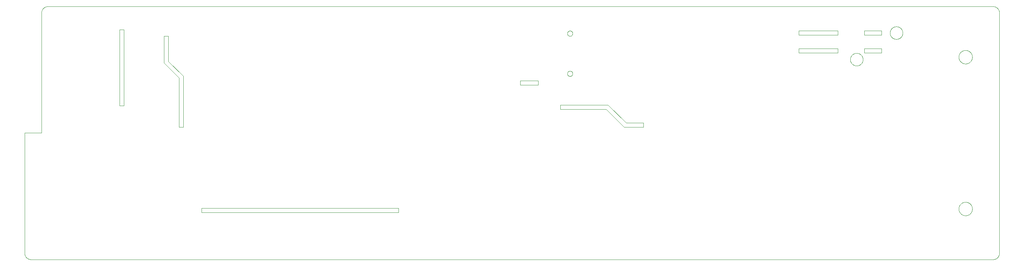
<source format=gko>
G75*
%MOIN*%
%OFA0B0*%
%FSLAX25Y25*%
%IPPOS*%
%LPD*%
%AMOC8*
5,1,8,0,0,1.08239X$1,22.5*
%
%ADD10C,0.00394*%
%ADD11C,0.00400*%
%ADD12C,0.00000*%
D10*
X0103975Y0058146D02*
X0999644Y0058146D01*
X0999644Y0058145D02*
X0999796Y0058147D01*
X0999948Y0058153D01*
X1000100Y0058163D01*
X1000251Y0058176D01*
X1000402Y0058194D01*
X1000553Y0058215D01*
X1000703Y0058241D01*
X1000852Y0058270D01*
X1001001Y0058303D01*
X1001148Y0058340D01*
X1001295Y0058380D01*
X1001440Y0058425D01*
X1001584Y0058473D01*
X1001727Y0058525D01*
X1001869Y0058580D01*
X1002009Y0058639D01*
X1002148Y0058702D01*
X1002285Y0058768D01*
X1002420Y0058838D01*
X1002553Y0058911D01*
X1002684Y0058988D01*
X1002814Y0059068D01*
X1002941Y0059151D01*
X1003066Y0059237D01*
X1003189Y0059327D01*
X1003309Y0059420D01*
X1003427Y0059516D01*
X1003543Y0059615D01*
X1003656Y0059717D01*
X1003766Y0059821D01*
X1003874Y0059929D01*
X1003978Y0060039D01*
X1004080Y0060152D01*
X1004179Y0060268D01*
X1004275Y0060386D01*
X1004368Y0060506D01*
X1004458Y0060629D01*
X1004544Y0060754D01*
X1004627Y0060881D01*
X1004707Y0061011D01*
X1004784Y0061142D01*
X1004857Y0061275D01*
X1004927Y0061410D01*
X1004993Y0061547D01*
X1005056Y0061686D01*
X1005115Y0061826D01*
X1005170Y0061968D01*
X1005222Y0062111D01*
X1005270Y0062255D01*
X1005315Y0062400D01*
X1005355Y0062547D01*
X1005392Y0062694D01*
X1005425Y0062843D01*
X1005454Y0062992D01*
X1005480Y0063142D01*
X1005501Y0063293D01*
X1005519Y0063444D01*
X1005532Y0063595D01*
X1005542Y0063747D01*
X1005548Y0063899D01*
X1005550Y0064051D01*
X1005550Y0288461D01*
X1005548Y0288613D01*
X1005542Y0288765D01*
X1005532Y0288917D01*
X1005519Y0289068D01*
X1005501Y0289219D01*
X1005480Y0289370D01*
X1005454Y0289520D01*
X1005425Y0289669D01*
X1005392Y0289818D01*
X1005355Y0289965D01*
X1005315Y0290112D01*
X1005270Y0290257D01*
X1005222Y0290401D01*
X1005170Y0290544D01*
X1005115Y0290686D01*
X1005056Y0290826D01*
X1004993Y0290965D01*
X1004927Y0291102D01*
X1004857Y0291237D01*
X1004784Y0291370D01*
X1004707Y0291501D01*
X1004627Y0291631D01*
X1004544Y0291758D01*
X1004458Y0291883D01*
X1004368Y0292006D01*
X1004275Y0292126D01*
X1004179Y0292244D01*
X1004080Y0292360D01*
X1003978Y0292473D01*
X1003874Y0292583D01*
X1003766Y0292691D01*
X1003656Y0292795D01*
X1003543Y0292897D01*
X1003427Y0292996D01*
X1003309Y0293092D01*
X1003189Y0293185D01*
X1003066Y0293275D01*
X1002941Y0293361D01*
X1002814Y0293444D01*
X1002684Y0293524D01*
X1002553Y0293601D01*
X1002420Y0293674D01*
X1002285Y0293744D01*
X1002148Y0293810D01*
X1002009Y0293873D01*
X1001869Y0293932D01*
X1001727Y0293987D01*
X1001584Y0294039D01*
X1001440Y0294087D01*
X1001295Y0294132D01*
X1001148Y0294172D01*
X1001001Y0294209D01*
X1000852Y0294242D01*
X1000703Y0294271D01*
X1000553Y0294297D01*
X1000402Y0294318D01*
X1000251Y0294336D01*
X1000100Y0294349D01*
X0999948Y0294359D01*
X0999796Y0294365D01*
X0999644Y0294367D01*
X0999644Y0294366D02*
X0119723Y0294366D01*
X0119723Y0294367D02*
X0119571Y0294365D01*
X0119419Y0294359D01*
X0119267Y0294349D01*
X0119116Y0294336D01*
X0118965Y0294318D01*
X0118814Y0294297D01*
X0118664Y0294271D01*
X0118515Y0294242D01*
X0118366Y0294209D01*
X0118219Y0294172D01*
X0118072Y0294132D01*
X0117927Y0294087D01*
X0117783Y0294039D01*
X0117640Y0293987D01*
X0117498Y0293932D01*
X0117358Y0293873D01*
X0117219Y0293810D01*
X0117082Y0293744D01*
X0116947Y0293674D01*
X0116814Y0293601D01*
X0116683Y0293524D01*
X0116553Y0293444D01*
X0116426Y0293361D01*
X0116301Y0293275D01*
X0116178Y0293185D01*
X0116058Y0293092D01*
X0115940Y0292996D01*
X0115824Y0292897D01*
X0115711Y0292795D01*
X0115601Y0292691D01*
X0115493Y0292583D01*
X0115389Y0292473D01*
X0115287Y0292360D01*
X0115188Y0292244D01*
X0115092Y0292126D01*
X0114999Y0292006D01*
X0114909Y0291883D01*
X0114823Y0291758D01*
X0114740Y0291631D01*
X0114660Y0291501D01*
X0114583Y0291370D01*
X0114510Y0291237D01*
X0114440Y0291102D01*
X0114374Y0290965D01*
X0114311Y0290826D01*
X0114252Y0290686D01*
X0114197Y0290544D01*
X0114145Y0290401D01*
X0114097Y0290257D01*
X0114052Y0290112D01*
X0114012Y0289965D01*
X0113975Y0289818D01*
X0113942Y0289669D01*
X0113913Y0289520D01*
X0113887Y0289370D01*
X0113866Y0289219D01*
X0113848Y0289068D01*
X0113835Y0288917D01*
X0113825Y0288765D01*
X0113819Y0288613D01*
X0113817Y0288461D01*
X0113818Y0288461D02*
X0113818Y0176256D01*
X0098070Y0176256D01*
X0098070Y0064051D01*
X0098069Y0064051D02*
X0098071Y0063899D01*
X0098077Y0063747D01*
X0098087Y0063595D01*
X0098100Y0063444D01*
X0098118Y0063293D01*
X0098139Y0063142D01*
X0098165Y0062992D01*
X0098194Y0062843D01*
X0098227Y0062694D01*
X0098264Y0062547D01*
X0098304Y0062400D01*
X0098349Y0062255D01*
X0098397Y0062111D01*
X0098449Y0061968D01*
X0098504Y0061826D01*
X0098563Y0061686D01*
X0098626Y0061547D01*
X0098692Y0061410D01*
X0098762Y0061275D01*
X0098835Y0061142D01*
X0098912Y0061011D01*
X0098992Y0060881D01*
X0099075Y0060754D01*
X0099161Y0060629D01*
X0099251Y0060506D01*
X0099344Y0060386D01*
X0099440Y0060268D01*
X0099539Y0060152D01*
X0099641Y0060039D01*
X0099745Y0059929D01*
X0099853Y0059821D01*
X0099963Y0059717D01*
X0100076Y0059615D01*
X0100192Y0059516D01*
X0100310Y0059420D01*
X0100430Y0059327D01*
X0100553Y0059237D01*
X0100678Y0059151D01*
X0100805Y0059068D01*
X0100935Y0058988D01*
X0101066Y0058911D01*
X0101199Y0058838D01*
X0101334Y0058768D01*
X0101471Y0058702D01*
X0101610Y0058639D01*
X0101750Y0058580D01*
X0101892Y0058525D01*
X0102035Y0058473D01*
X0102179Y0058425D01*
X0102324Y0058380D01*
X0102471Y0058340D01*
X0102618Y0058303D01*
X0102767Y0058270D01*
X0102916Y0058241D01*
X0103066Y0058215D01*
X0103217Y0058194D01*
X0103368Y0058176D01*
X0103519Y0058163D01*
X0103671Y0058153D01*
X0103823Y0058147D01*
X0103975Y0058145D01*
X0186652Y0201846D02*
X0190589Y0201846D01*
X0190589Y0272713D01*
X0186652Y0272713D01*
X0186652Y0201846D01*
X0818959Y0251159D02*
X0818959Y0255096D01*
X0855180Y0255096D01*
X0855180Y0251159D01*
X0818959Y0251159D01*
X0818959Y0267695D02*
X0818959Y0271632D01*
X0855180Y0271632D01*
X0855180Y0267695D01*
X0818959Y0267695D01*
X0879946Y0267695D02*
X0879946Y0271632D01*
X0895694Y0271632D01*
X0895694Y0267695D01*
X0879946Y0267695D01*
X0879946Y0255096D02*
X0879946Y0251159D01*
X0895694Y0251159D01*
X0895694Y0255096D01*
X0879946Y0255096D01*
D11*
X0674070Y0185646D02*
X0658070Y0185646D01*
X0641320Y0202396D01*
X0596820Y0202396D01*
X0596820Y0198396D01*
X0639570Y0198396D01*
X0656320Y0181646D01*
X0674070Y0181646D01*
X0674070Y0185646D01*
X0576320Y0220896D02*
X0559570Y0220896D01*
X0559570Y0224896D01*
X0576320Y0224896D01*
X0576320Y0220896D01*
X0245707Y0229406D02*
X0245707Y0181844D01*
X0241770Y0181844D01*
X0241770Y0227831D01*
X0227991Y0241610D01*
X0227991Y0266807D01*
X0231928Y0266807D01*
X0231928Y0243185D01*
X0245707Y0229406D01*
X0262820Y0106146D02*
X0262820Y0102146D01*
X0446320Y0102146D01*
X0446320Y0106146D01*
X0262820Y0106146D01*
D12*
X0603359Y0231642D02*
X0603361Y0231741D01*
X0603367Y0231840D01*
X0603377Y0231939D01*
X0603391Y0232037D01*
X0603409Y0232134D01*
X0603431Y0232231D01*
X0603456Y0232327D01*
X0603486Y0232421D01*
X0603519Y0232515D01*
X0603556Y0232607D01*
X0603597Y0232697D01*
X0603641Y0232786D01*
X0603689Y0232872D01*
X0603740Y0232957D01*
X0603795Y0233040D01*
X0603853Y0233120D01*
X0603914Y0233198D01*
X0603978Y0233274D01*
X0604045Y0233347D01*
X0604115Y0233417D01*
X0604188Y0233484D01*
X0604264Y0233548D01*
X0604342Y0233609D01*
X0604422Y0233667D01*
X0604505Y0233722D01*
X0604589Y0233773D01*
X0604676Y0233821D01*
X0604765Y0233865D01*
X0604855Y0233906D01*
X0604947Y0233943D01*
X0605041Y0233976D01*
X0605135Y0234006D01*
X0605231Y0234031D01*
X0605328Y0234053D01*
X0605425Y0234071D01*
X0605523Y0234085D01*
X0605622Y0234095D01*
X0605721Y0234101D01*
X0605820Y0234103D01*
X0605919Y0234101D01*
X0606018Y0234095D01*
X0606117Y0234085D01*
X0606215Y0234071D01*
X0606312Y0234053D01*
X0606409Y0234031D01*
X0606505Y0234006D01*
X0606599Y0233976D01*
X0606693Y0233943D01*
X0606785Y0233906D01*
X0606875Y0233865D01*
X0606964Y0233821D01*
X0607050Y0233773D01*
X0607135Y0233722D01*
X0607218Y0233667D01*
X0607298Y0233609D01*
X0607376Y0233548D01*
X0607452Y0233484D01*
X0607525Y0233417D01*
X0607595Y0233347D01*
X0607662Y0233274D01*
X0607726Y0233198D01*
X0607787Y0233120D01*
X0607845Y0233040D01*
X0607900Y0232957D01*
X0607951Y0232873D01*
X0607999Y0232786D01*
X0608043Y0232697D01*
X0608084Y0232607D01*
X0608121Y0232515D01*
X0608154Y0232421D01*
X0608184Y0232327D01*
X0608209Y0232231D01*
X0608231Y0232134D01*
X0608249Y0232037D01*
X0608263Y0231939D01*
X0608273Y0231840D01*
X0608279Y0231741D01*
X0608281Y0231642D01*
X0608279Y0231543D01*
X0608273Y0231444D01*
X0608263Y0231345D01*
X0608249Y0231247D01*
X0608231Y0231150D01*
X0608209Y0231053D01*
X0608184Y0230957D01*
X0608154Y0230863D01*
X0608121Y0230769D01*
X0608084Y0230677D01*
X0608043Y0230587D01*
X0607999Y0230498D01*
X0607951Y0230412D01*
X0607900Y0230327D01*
X0607845Y0230244D01*
X0607787Y0230164D01*
X0607726Y0230086D01*
X0607662Y0230010D01*
X0607595Y0229937D01*
X0607525Y0229867D01*
X0607452Y0229800D01*
X0607376Y0229736D01*
X0607298Y0229675D01*
X0607218Y0229617D01*
X0607135Y0229562D01*
X0607051Y0229511D01*
X0606964Y0229463D01*
X0606875Y0229419D01*
X0606785Y0229378D01*
X0606693Y0229341D01*
X0606599Y0229308D01*
X0606505Y0229278D01*
X0606409Y0229253D01*
X0606312Y0229231D01*
X0606215Y0229213D01*
X0606117Y0229199D01*
X0606018Y0229189D01*
X0605919Y0229183D01*
X0605820Y0229181D01*
X0605721Y0229183D01*
X0605622Y0229189D01*
X0605523Y0229199D01*
X0605425Y0229213D01*
X0605328Y0229231D01*
X0605231Y0229253D01*
X0605135Y0229278D01*
X0605041Y0229308D01*
X0604947Y0229341D01*
X0604855Y0229378D01*
X0604765Y0229419D01*
X0604676Y0229463D01*
X0604590Y0229511D01*
X0604505Y0229562D01*
X0604422Y0229617D01*
X0604342Y0229675D01*
X0604264Y0229736D01*
X0604188Y0229800D01*
X0604115Y0229867D01*
X0604045Y0229937D01*
X0603978Y0230010D01*
X0603914Y0230086D01*
X0603853Y0230164D01*
X0603795Y0230244D01*
X0603740Y0230327D01*
X0603689Y0230411D01*
X0603641Y0230498D01*
X0603597Y0230587D01*
X0603556Y0230677D01*
X0603519Y0230769D01*
X0603486Y0230863D01*
X0603456Y0230957D01*
X0603431Y0231053D01*
X0603409Y0231150D01*
X0603391Y0231247D01*
X0603377Y0231345D01*
X0603367Y0231444D01*
X0603361Y0231543D01*
X0603359Y0231642D01*
X0603359Y0269142D02*
X0603361Y0269241D01*
X0603367Y0269340D01*
X0603377Y0269439D01*
X0603391Y0269537D01*
X0603409Y0269634D01*
X0603431Y0269731D01*
X0603456Y0269827D01*
X0603486Y0269921D01*
X0603519Y0270015D01*
X0603556Y0270107D01*
X0603597Y0270197D01*
X0603641Y0270286D01*
X0603689Y0270372D01*
X0603740Y0270457D01*
X0603795Y0270540D01*
X0603853Y0270620D01*
X0603914Y0270698D01*
X0603978Y0270774D01*
X0604045Y0270847D01*
X0604115Y0270917D01*
X0604188Y0270984D01*
X0604264Y0271048D01*
X0604342Y0271109D01*
X0604422Y0271167D01*
X0604505Y0271222D01*
X0604589Y0271273D01*
X0604676Y0271321D01*
X0604765Y0271365D01*
X0604855Y0271406D01*
X0604947Y0271443D01*
X0605041Y0271476D01*
X0605135Y0271506D01*
X0605231Y0271531D01*
X0605328Y0271553D01*
X0605425Y0271571D01*
X0605523Y0271585D01*
X0605622Y0271595D01*
X0605721Y0271601D01*
X0605820Y0271603D01*
X0605919Y0271601D01*
X0606018Y0271595D01*
X0606117Y0271585D01*
X0606215Y0271571D01*
X0606312Y0271553D01*
X0606409Y0271531D01*
X0606505Y0271506D01*
X0606599Y0271476D01*
X0606693Y0271443D01*
X0606785Y0271406D01*
X0606875Y0271365D01*
X0606964Y0271321D01*
X0607050Y0271273D01*
X0607135Y0271222D01*
X0607218Y0271167D01*
X0607298Y0271109D01*
X0607376Y0271048D01*
X0607452Y0270984D01*
X0607525Y0270917D01*
X0607595Y0270847D01*
X0607662Y0270774D01*
X0607726Y0270698D01*
X0607787Y0270620D01*
X0607845Y0270540D01*
X0607900Y0270457D01*
X0607951Y0270373D01*
X0607999Y0270286D01*
X0608043Y0270197D01*
X0608084Y0270107D01*
X0608121Y0270015D01*
X0608154Y0269921D01*
X0608184Y0269827D01*
X0608209Y0269731D01*
X0608231Y0269634D01*
X0608249Y0269537D01*
X0608263Y0269439D01*
X0608273Y0269340D01*
X0608279Y0269241D01*
X0608281Y0269142D01*
X0608279Y0269043D01*
X0608273Y0268944D01*
X0608263Y0268845D01*
X0608249Y0268747D01*
X0608231Y0268650D01*
X0608209Y0268553D01*
X0608184Y0268457D01*
X0608154Y0268363D01*
X0608121Y0268269D01*
X0608084Y0268177D01*
X0608043Y0268087D01*
X0607999Y0267998D01*
X0607951Y0267912D01*
X0607900Y0267827D01*
X0607845Y0267744D01*
X0607787Y0267664D01*
X0607726Y0267586D01*
X0607662Y0267510D01*
X0607595Y0267437D01*
X0607525Y0267367D01*
X0607452Y0267300D01*
X0607376Y0267236D01*
X0607298Y0267175D01*
X0607218Y0267117D01*
X0607135Y0267062D01*
X0607051Y0267011D01*
X0606964Y0266963D01*
X0606875Y0266919D01*
X0606785Y0266878D01*
X0606693Y0266841D01*
X0606599Y0266808D01*
X0606505Y0266778D01*
X0606409Y0266753D01*
X0606312Y0266731D01*
X0606215Y0266713D01*
X0606117Y0266699D01*
X0606018Y0266689D01*
X0605919Y0266683D01*
X0605820Y0266681D01*
X0605721Y0266683D01*
X0605622Y0266689D01*
X0605523Y0266699D01*
X0605425Y0266713D01*
X0605328Y0266731D01*
X0605231Y0266753D01*
X0605135Y0266778D01*
X0605041Y0266808D01*
X0604947Y0266841D01*
X0604855Y0266878D01*
X0604765Y0266919D01*
X0604676Y0266963D01*
X0604590Y0267011D01*
X0604505Y0267062D01*
X0604422Y0267117D01*
X0604342Y0267175D01*
X0604264Y0267236D01*
X0604188Y0267300D01*
X0604115Y0267367D01*
X0604045Y0267437D01*
X0603978Y0267510D01*
X0603914Y0267586D01*
X0603853Y0267664D01*
X0603795Y0267744D01*
X0603740Y0267827D01*
X0603689Y0267911D01*
X0603641Y0267998D01*
X0603597Y0268087D01*
X0603556Y0268177D01*
X0603519Y0268269D01*
X0603486Y0268363D01*
X0603456Y0268457D01*
X0603431Y0268553D01*
X0603409Y0268650D01*
X0603391Y0268747D01*
X0603377Y0268845D01*
X0603367Y0268944D01*
X0603361Y0269043D01*
X0603359Y0269142D01*
X0866756Y0244860D02*
X0866758Y0245013D01*
X0866764Y0245167D01*
X0866774Y0245320D01*
X0866788Y0245472D01*
X0866806Y0245625D01*
X0866828Y0245776D01*
X0866853Y0245927D01*
X0866883Y0246078D01*
X0866917Y0246228D01*
X0866954Y0246376D01*
X0866995Y0246524D01*
X0867040Y0246670D01*
X0867089Y0246816D01*
X0867142Y0246960D01*
X0867198Y0247102D01*
X0867258Y0247243D01*
X0867322Y0247383D01*
X0867389Y0247521D01*
X0867460Y0247657D01*
X0867535Y0247791D01*
X0867612Y0247923D01*
X0867694Y0248053D01*
X0867778Y0248181D01*
X0867866Y0248307D01*
X0867957Y0248430D01*
X0868051Y0248551D01*
X0868149Y0248669D01*
X0868249Y0248785D01*
X0868353Y0248898D01*
X0868459Y0249009D01*
X0868568Y0249117D01*
X0868680Y0249222D01*
X0868794Y0249323D01*
X0868912Y0249422D01*
X0869031Y0249518D01*
X0869153Y0249611D01*
X0869278Y0249700D01*
X0869405Y0249787D01*
X0869534Y0249869D01*
X0869665Y0249949D01*
X0869798Y0250025D01*
X0869933Y0250098D01*
X0870070Y0250167D01*
X0870209Y0250232D01*
X0870349Y0250294D01*
X0870491Y0250352D01*
X0870634Y0250407D01*
X0870779Y0250458D01*
X0870925Y0250505D01*
X0871072Y0250548D01*
X0871220Y0250587D01*
X0871369Y0250623D01*
X0871519Y0250654D01*
X0871670Y0250682D01*
X0871821Y0250706D01*
X0871974Y0250726D01*
X0872126Y0250742D01*
X0872279Y0250754D01*
X0872432Y0250762D01*
X0872585Y0250766D01*
X0872739Y0250766D01*
X0872892Y0250762D01*
X0873045Y0250754D01*
X0873198Y0250742D01*
X0873350Y0250726D01*
X0873503Y0250706D01*
X0873654Y0250682D01*
X0873805Y0250654D01*
X0873955Y0250623D01*
X0874104Y0250587D01*
X0874252Y0250548D01*
X0874399Y0250505D01*
X0874545Y0250458D01*
X0874690Y0250407D01*
X0874833Y0250352D01*
X0874975Y0250294D01*
X0875115Y0250232D01*
X0875254Y0250167D01*
X0875391Y0250098D01*
X0875526Y0250025D01*
X0875659Y0249949D01*
X0875790Y0249869D01*
X0875919Y0249787D01*
X0876046Y0249700D01*
X0876171Y0249611D01*
X0876293Y0249518D01*
X0876412Y0249422D01*
X0876530Y0249323D01*
X0876644Y0249222D01*
X0876756Y0249117D01*
X0876865Y0249009D01*
X0876971Y0248898D01*
X0877075Y0248785D01*
X0877175Y0248669D01*
X0877273Y0248551D01*
X0877367Y0248430D01*
X0877458Y0248307D01*
X0877546Y0248181D01*
X0877630Y0248053D01*
X0877712Y0247923D01*
X0877789Y0247791D01*
X0877864Y0247657D01*
X0877935Y0247521D01*
X0878002Y0247383D01*
X0878066Y0247243D01*
X0878126Y0247102D01*
X0878182Y0246960D01*
X0878235Y0246816D01*
X0878284Y0246670D01*
X0878329Y0246524D01*
X0878370Y0246376D01*
X0878407Y0246228D01*
X0878441Y0246078D01*
X0878471Y0245927D01*
X0878496Y0245776D01*
X0878518Y0245625D01*
X0878536Y0245472D01*
X0878550Y0245320D01*
X0878560Y0245167D01*
X0878566Y0245013D01*
X0878568Y0244860D01*
X0878566Y0244707D01*
X0878560Y0244553D01*
X0878550Y0244400D01*
X0878536Y0244248D01*
X0878518Y0244095D01*
X0878496Y0243944D01*
X0878471Y0243793D01*
X0878441Y0243642D01*
X0878407Y0243492D01*
X0878370Y0243344D01*
X0878329Y0243196D01*
X0878284Y0243050D01*
X0878235Y0242904D01*
X0878182Y0242760D01*
X0878126Y0242618D01*
X0878066Y0242477D01*
X0878002Y0242337D01*
X0877935Y0242199D01*
X0877864Y0242063D01*
X0877789Y0241929D01*
X0877712Y0241797D01*
X0877630Y0241667D01*
X0877546Y0241539D01*
X0877458Y0241413D01*
X0877367Y0241290D01*
X0877273Y0241169D01*
X0877175Y0241051D01*
X0877075Y0240935D01*
X0876971Y0240822D01*
X0876865Y0240711D01*
X0876756Y0240603D01*
X0876644Y0240498D01*
X0876530Y0240397D01*
X0876412Y0240298D01*
X0876293Y0240202D01*
X0876171Y0240109D01*
X0876046Y0240020D01*
X0875919Y0239933D01*
X0875790Y0239851D01*
X0875659Y0239771D01*
X0875526Y0239695D01*
X0875391Y0239622D01*
X0875254Y0239553D01*
X0875115Y0239488D01*
X0874975Y0239426D01*
X0874833Y0239368D01*
X0874690Y0239313D01*
X0874545Y0239262D01*
X0874399Y0239215D01*
X0874252Y0239172D01*
X0874104Y0239133D01*
X0873955Y0239097D01*
X0873805Y0239066D01*
X0873654Y0239038D01*
X0873503Y0239014D01*
X0873350Y0238994D01*
X0873198Y0238978D01*
X0873045Y0238966D01*
X0872892Y0238958D01*
X0872739Y0238954D01*
X0872585Y0238954D01*
X0872432Y0238958D01*
X0872279Y0238966D01*
X0872126Y0238978D01*
X0871974Y0238994D01*
X0871821Y0239014D01*
X0871670Y0239038D01*
X0871519Y0239066D01*
X0871369Y0239097D01*
X0871220Y0239133D01*
X0871072Y0239172D01*
X0870925Y0239215D01*
X0870779Y0239262D01*
X0870634Y0239313D01*
X0870491Y0239368D01*
X0870349Y0239426D01*
X0870209Y0239488D01*
X0870070Y0239553D01*
X0869933Y0239622D01*
X0869798Y0239695D01*
X0869665Y0239771D01*
X0869534Y0239851D01*
X0869405Y0239933D01*
X0869278Y0240020D01*
X0869153Y0240109D01*
X0869031Y0240202D01*
X0868912Y0240298D01*
X0868794Y0240397D01*
X0868680Y0240498D01*
X0868568Y0240603D01*
X0868459Y0240711D01*
X0868353Y0240822D01*
X0868249Y0240935D01*
X0868149Y0241051D01*
X0868051Y0241169D01*
X0867957Y0241290D01*
X0867866Y0241413D01*
X0867778Y0241539D01*
X0867694Y0241667D01*
X0867612Y0241797D01*
X0867535Y0241929D01*
X0867460Y0242063D01*
X0867389Y0242199D01*
X0867322Y0242337D01*
X0867258Y0242477D01*
X0867198Y0242618D01*
X0867142Y0242760D01*
X0867089Y0242904D01*
X0867040Y0243050D01*
X0866995Y0243196D01*
X0866954Y0243344D01*
X0866917Y0243492D01*
X0866883Y0243642D01*
X0866853Y0243793D01*
X0866828Y0243944D01*
X0866806Y0244095D01*
X0866788Y0244248D01*
X0866774Y0244400D01*
X0866764Y0244553D01*
X0866758Y0244707D01*
X0866756Y0244860D01*
X0903764Y0269663D02*
X0903766Y0269816D01*
X0903772Y0269970D01*
X0903782Y0270123D01*
X0903796Y0270275D01*
X0903814Y0270428D01*
X0903836Y0270579D01*
X0903861Y0270730D01*
X0903891Y0270881D01*
X0903925Y0271031D01*
X0903962Y0271179D01*
X0904003Y0271327D01*
X0904048Y0271473D01*
X0904097Y0271619D01*
X0904150Y0271763D01*
X0904206Y0271905D01*
X0904266Y0272046D01*
X0904330Y0272186D01*
X0904397Y0272324D01*
X0904468Y0272460D01*
X0904543Y0272594D01*
X0904620Y0272726D01*
X0904702Y0272856D01*
X0904786Y0272984D01*
X0904874Y0273110D01*
X0904965Y0273233D01*
X0905059Y0273354D01*
X0905157Y0273472D01*
X0905257Y0273588D01*
X0905361Y0273701D01*
X0905467Y0273812D01*
X0905576Y0273920D01*
X0905688Y0274025D01*
X0905802Y0274126D01*
X0905920Y0274225D01*
X0906039Y0274321D01*
X0906161Y0274414D01*
X0906286Y0274503D01*
X0906413Y0274590D01*
X0906542Y0274672D01*
X0906673Y0274752D01*
X0906806Y0274828D01*
X0906941Y0274901D01*
X0907078Y0274970D01*
X0907217Y0275035D01*
X0907357Y0275097D01*
X0907499Y0275155D01*
X0907642Y0275210D01*
X0907787Y0275261D01*
X0907933Y0275308D01*
X0908080Y0275351D01*
X0908228Y0275390D01*
X0908377Y0275426D01*
X0908527Y0275457D01*
X0908678Y0275485D01*
X0908829Y0275509D01*
X0908982Y0275529D01*
X0909134Y0275545D01*
X0909287Y0275557D01*
X0909440Y0275565D01*
X0909593Y0275569D01*
X0909747Y0275569D01*
X0909900Y0275565D01*
X0910053Y0275557D01*
X0910206Y0275545D01*
X0910358Y0275529D01*
X0910511Y0275509D01*
X0910662Y0275485D01*
X0910813Y0275457D01*
X0910963Y0275426D01*
X0911112Y0275390D01*
X0911260Y0275351D01*
X0911407Y0275308D01*
X0911553Y0275261D01*
X0911698Y0275210D01*
X0911841Y0275155D01*
X0911983Y0275097D01*
X0912123Y0275035D01*
X0912262Y0274970D01*
X0912399Y0274901D01*
X0912534Y0274828D01*
X0912667Y0274752D01*
X0912798Y0274672D01*
X0912927Y0274590D01*
X0913054Y0274503D01*
X0913179Y0274414D01*
X0913301Y0274321D01*
X0913420Y0274225D01*
X0913538Y0274126D01*
X0913652Y0274025D01*
X0913764Y0273920D01*
X0913873Y0273812D01*
X0913979Y0273701D01*
X0914083Y0273588D01*
X0914183Y0273472D01*
X0914281Y0273354D01*
X0914375Y0273233D01*
X0914466Y0273110D01*
X0914554Y0272984D01*
X0914638Y0272856D01*
X0914720Y0272726D01*
X0914797Y0272594D01*
X0914872Y0272460D01*
X0914943Y0272324D01*
X0915010Y0272186D01*
X0915074Y0272046D01*
X0915134Y0271905D01*
X0915190Y0271763D01*
X0915243Y0271619D01*
X0915292Y0271473D01*
X0915337Y0271327D01*
X0915378Y0271179D01*
X0915415Y0271031D01*
X0915449Y0270881D01*
X0915479Y0270730D01*
X0915504Y0270579D01*
X0915526Y0270428D01*
X0915544Y0270275D01*
X0915558Y0270123D01*
X0915568Y0269970D01*
X0915574Y0269816D01*
X0915576Y0269663D01*
X0915574Y0269510D01*
X0915568Y0269356D01*
X0915558Y0269203D01*
X0915544Y0269051D01*
X0915526Y0268898D01*
X0915504Y0268747D01*
X0915479Y0268596D01*
X0915449Y0268445D01*
X0915415Y0268295D01*
X0915378Y0268147D01*
X0915337Y0267999D01*
X0915292Y0267853D01*
X0915243Y0267707D01*
X0915190Y0267563D01*
X0915134Y0267421D01*
X0915074Y0267280D01*
X0915010Y0267140D01*
X0914943Y0267002D01*
X0914872Y0266866D01*
X0914797Y0266732D01*
X0914720Y0266600D01*
X0914638Y0266470D01*
X0914554Y0266342D01*
X0914466Y0266216D01*
X0914375Y0266093D01*
X0914281Y0265972D01*
X0914183Y0265854D01*
X0914083Y0265738D01*
X0913979Y0265625D01*
X0913873Y0265514D01*
X0913764Y0265406D01*
X0913652Y0265301D01*
X0913538Y0265200D01*
X0913420Y0265101D01*
X0913301Y0265005D01*
X0913179Y0264912D01*
X0913054Y0264823D01*
X0912927Y0264736D01*
X0912798Y0264654D01*
X0912667Y0264574D01*
X0912534Y0264498D01*
X0912399Y0264425D01*
X0912262Y0264356D01*
X0912123Y0264291D01*
X0911983Y0264229D01*
X0911841Y0264171D01*
X0911698Y0264116D01*
X0911553Y0264065D01*
X0911407Y0264018D01*
X0911260Y0263975D01*
X0911112Y0263936D01*
X0910963Y0263900D01*
X0910813Y0263869D01*
X0910662Y0263841D01*
X0910511Y0263817D01*
X0910358Y0263797D01*
X0910206Y0263781D01*
X0910053Y0263769D01*
X0909900Y0263761D01*
X0909747Y0263757D01*
X0909593Y0263757D01*
X0909440Y0263761D01*
X0909287Y0263769D01*
X0909134Y0263781D01*
X0908982Y0263797D01*
X0908829Y0263817D01*
X0908678Y0263841D01*
X0908527Y0263869D01*
X0908377Y0263900D01*
X0908228Y0263936D01*
X0908080Y0263975D01*
X0907933Y0264018D01*
X0907787Y0264065D01*
X0907642Y0264116D01*
X0907499Y0264171D01*
X0907357Y0264229D01*
X0907217Y0264291D01*
X0907078Y0264356D01*
X0906941Y0264425D01*
X0906806Y0264498D01*
X0906673Y0264574D01*
X0906542Y0264654D01*
X0906413Y0264736D01*
X0906286Y0264823D01*
X0906161Y0264912D01*
X0906039Y0265005D01*
X0905920Y0265101D01*
X0905802Y0265200D01*
X0905688Y0265301D01*
X0905576Y0265406D01*
X0905467Y0265514D01*
X0905361Y0265625D01*
X0905257Y0265738D01*
X0905157Y0265854D01*
X0905059Y0265972D01*
X0904965Y0266093D01*
X0904874Y0266216D01*
X0904786Y0266342D01*
X0904702Y0266470D01*
X0904620Y0266600D01*
X0904543Y0266732D01*
X0904468Y0266866D01*
X0904397Y0267002D01*
X0904330Y0267140D01*
X0904266Y0267280D01*
X0904206Y0267421D01*
X0904150Y0267563D01*
X0904097Y0267707D01*
X0904048Y0267853D01*
X0904003Y0267999D01*
X0903962Y0268147D01*
X0903925Y0268295D01*
X0903891Y0268445D01*
X0903861Y0268596D01*
X0903836Y0268747D01*
X0903814Y0268898D01*
X0903796Y0269051D01*
X0903782Y0269203D01*
X0903772Y0269356D01*
X0903766Y0269510D01*
X0903764Y0269663D01*
X0967755Y0247122D02*
X0967757Y0247280D01*
X0967763Y0247438D01*
X0967773Y0247596D01*
X0967787Y0247754D01*
X0967805Y0247911D01*
X0967826Y0248068D01*
X0967852Y0248224D01*
X0967882Y0248380D01*
X0967915Y0248535D01*
X0967953Y0248688D01*
X0967994Y0248841D01*
X0968039Y0248993D01*
X0968088Y0249144D01*
X0968141Y0249293D01*
X0968197Y0249441D01*
X0968257Y0249587D01*
X0968321Y0249732D01*
X0968389Y0249875D01*
X0968460Y0250017D01*
X0968534Y0250157D01*
X0968612Y0250294D01*
X0968694Y0250430D01*
X0968778Y0250564D01*
X0968867Y0250695D01*
X0968958Y0250824D01*
X0969053Y0250951D01*
X0969150Y0251076D01*
X0969251Y0251198D01*
X0969355Y0251317D01*
X0969462Y0251434D01*
X0969572Y0251548D01*
X0969685Y0251659D01*
X0969800Y0251768D01*
X0969918Y0251873D01*
X0970039Y0251975D01*
X0970162Y0252075D01*
X0970288Y0252171D01*
X0970416Y0252264D01*
X0970546Y0252354D01*
X0970679Y0252440D01*
X0970814Y0252524D01*
X0970950Y0252603D01*
X0971089Y0252680D01*
X0971230Y0252752D01*
X0971372Y0252822D01*
X0971516Y0252887D01*
X0971662Y0252949D01*
X0971809Y0253007D01*
X0971958Y0253062D01*
X0972108Y0253113D01*
X0972259Y0253160D01*
X0972411Y0253203D01*
X0972564Y0253242D01*
X0972719Y0253278D01*
X0972874Y0253309D01*
X0973030Y0253337D01*
X0973186Y0253361D01*
X0973343Y0253381D01*
X0973501Y0253397D01*
X0973658Y0253409D01*
X0973817Y0253417D01*
X0973975Y0253421D01*
X0974133Y0253421D01*
X0974291Y0253417D01*
X0974450Y0253409D01*
X0974607Y0253397D01*
X0974765Y0253381D01*
X0974922Y0253361D01*
X0975078Y0253337D01*
X0975234Y0253309D01*
X0975389Y0253278D01*
X0975544Y0253242D01*
X0975697Y0253203D01*
X0975849Y0253160D01*
X0976000Y0253113D01*
X0976150Y0253062D01*
X0976299Y0253007D01*
X0976446Y0252949D01*
X0976592Y0252887D01*
X0976736Y0252822D01*
X0976878Y0252752D01*
X0977019Y0252680D01*
X0977158Y0252603D01*
X0977294Y0252524D01*
X0977429Y0252440D01*
X0977562Y0252354D01*
X0977692Y0252264D01*
X0977820Y0252171D01*
X0977946Y0252075D01*
X0978069Y0251975D01*
X0978190Y0251873D01*
X0978308Y0251768D01*
X0978423Y0251659D01*
X0978536Y0251548D01*
X0978646Y0251434D01*
X0978753Y0251317D01*
X0978857Y0251198D01*
X0978958Y0251076D01*
X0979055Y0250951D01*
X0979150Y0250824D01*
X0979241Y0250695D01*
X0979330Y0250564D01*
X0979414Y0250430D01*
X0979496Y0250294D01*
X0979574Y0250157D01*
X0979648Y0250017D01*
X0979719Y0249875D01*
X0979787Y0249732D01*
X0979851Y0249587D01*
X0979911Y0249441D01*
X0979967Y0249293D01*
X0980020Y0249144D01*
X0980069Y0248993D01*
X0980114Y0248841D01*
X0980155Y0248688D01*
X0980193Y0248535D01*
X0980226Y0248380D01*
X0980256Y0248224D01*
X0980282Y0248068D01*
X0980303Y0247911D01*
X0980321Y0247754D01*
X0980335Y0247596D01*
X0980345Y0247438D01*
X0980351Y0247280D01*
X0980353Y0247122D01*
X0980351Y0246964D01*
X0980345Y0246806D01*
X0980335Y0246648D01*
X0980321Y0246490D01*
X0980303Y0246333D01*
X0980282Y0246176D01*
X0980256Y0246020D01*
X0980226Y0245864D01*
X0980193Y0245709D01*
X0980155Y0245556D01*
X0980114Y0245403D01*
X0980069Y0245251D01*
X0980020Y0245100D01*
X0979967Y0244951D01*
X0979911Y0244803D01*
X0979851Y0244657D01*
X0979787Y0244512D01*
X0979719Y0244369D01*
X0979648Y0244227D01*
X0979574Y0244087D01*
X0979496Y0243950D01*
X0979414Y0243814D01*
X0979330Y0243680D01*
X0979241Y0243549D01*
X0979150Y0243420D01*
X0979055Y0243293D01*
X0978958Y0243168D01*
X0978857Y0243046D01*
X0978753Y0242927D01*
X0978646Y0242810D01*
X0978536Y0242696D01*
X0978423Y0242585D01*
X0978308Y0242476D01*
X0978190Y0242371D01*
X0978069Y0242269D01*
X0977946Y0242169D01*
X0977820Y0242073D01*
X0977692Y0241980D01*
X0977562Y0241890D01*
X0977429Y0241804D01*
X0977294Y0241720D01*
X0977158Y0241641D01*
X0977019Y0241564D01*
X0976878Y0241492D01*
X0976736Y0241422D01*
X0976592Y0241357D01*
X0976446Y0241295D01*
X0976299Y0241237D01*
X0976150Y0241182D01*
X0976000Y0241131D01*
X0975849Y0241084D01*
X0975697Y0241041D01*
X0975544Y0241002D01*
X0975389Y0240966D01*
X0975234Y0240935D01*
X0975078Y0240907D01*
X0974922Y0240883D01*
X0974765Y0240863D01*
X0974607Y0240847D01*
X0974450Y0240835D01*
X0974291Y0240827D01*
X0974133Y0240823D01*
X0973975Y0240823D01*
X0973817Y0240827D01*
X0973658Y0240835D01*
X0973501Y0240847D01*
X0973343Y0240863D01*
X0973186Y0240883D01*
X0973030Y0240907D01*
X0972874Y0240935D01*
X0972719Y0240966D01*
X0972564Y0241002D01*
X0972411Y0241041D01*
X0972259Y0241084D01*
X0972108Y0241131D01*
X0971958Y0241182D01*
X0971809Y0241237D01*
X0971662Y0241295D01*
X0971516Y0241357D01*
X0971372Y0241422D01*
X0971230Y0241492D01*
X0971089Y0241564D01*
X0970950Y0241641D01*
X0970814Y0241720D01*
X0970679Y0241804D01*
X0970546Y0241890D01*
X0970416Y0241980D01*
X0970288Y0242073D01*
X0970162Y0242169D01*
X0970039Y0242269D01*
X0969918Y0242371D01*
X0969800Y0242476D01*
X0969685Y0242585D01*
X0969572Y0242696D01*
X0969462Y0242810D01*
X0969355Y0242927D01*
X0969251Y0243046D01*
X0969150Y0243168D01*
X0969053Y0243293D01*
X0968958Y0243420D01*
X0968867Y0243549D01*
X0968778Y0243680D01*
X0968694Y0243814D01*
X0968612Y0243950D01*
X0968534Y0244087D01*
X0968460Y0244227D01*
X0968389Y0244369D01*
X0968321Y0244512D01*
X0968257Y0244657D01*
X0968197Y0244803D01*
X0968141Y0244951D01*
X0968088Y0245100D01*
X0968039Y0245251D01*
X0967994Y0245403D01*
X0967953Y0245556D01*
X0967915Y0245709D01*
X0967882Y0245864D01*
X0967852Y0246020D01*
X0967826Y0246176D01*
X0967805Y0246333D01*
X0967787Y0246490D01*
X0967773Y0246648D01*
X0967763Y0246806D01*
X0967757Y0246964D01*
X0967755Y0247122D01*
X0967755Y0105390D02*
X0967757Y0105548D01*
X0967763Y0105706D01*
X0967773Y0105864D01*
X0967787Y0106022D01*
X0967805Y0106179D01*
X0967826Y0106336D01*
X0967852Y0106492D01*
X0967882Y0106648D01*
X0967915Y0106803D01*
X0967953Y0106956D01*
X0967994Y0107109D01*
X0968039Y0107261D01*
X0968088Y0107412D01*
X0968141Y0107561D01*
X0968197Y0107709D01*
X0968257Y0107855D01*
X0968321Y0108000D01*
X0968389Y0108143D01*
X0968460Y0108285D01*
X0968534Y0108425D01*
X0968612Y0108562D01*
X0968694Y0108698D01*
X0968778Y0108832D01*
X0968867Y0108963D01*
X0968958Y0109092D01*
X0969053Y0109219D01*
X0969150Y0109344D01*
X0969251Y0109466D01*
X0969355Y0109585D01*
X0969462Y0109702D01*
X0969572Y0109816D01*
X0969685Y0109927D01*
X0969800Y0110036D01*
X0969918Y0110141D01*
X0970039Y0110243D01*
X0970162Y0110343D01*
X0970288Y0110439D01*
X0970416Y0110532D01*
X0970546Y0110622D01*
X0970679Y0110708D01*
X0970814Y0110792D01*
X0970950Y0110871D01*
X0971089Y0110948D01*
X0971230Y0111020D01*
X0971372Y0111090D01*
X0971516Y0111155D01*
X0971662Y0111217D01*
X0971809Y0111275D01*
X0971958Y0111330D01*
X0972108Y0111381D01*
X0972259Y0111428D01*
X0972411Y0111471D01*
X0972564Y0111510D01*
X0972719Y0111546D01*
X0972874Y0111577D01*
X0973030Y0111605D01*
X0973186Y0111629D01*
X0973343Y0111649D01*
X0973501Y0111665D01*
X0973658Y0111677D01*
X0973817Y0111685D01*
X0973975Y0111689D01*
X0974133Y0111689D01*
X0974291Y0111685D01*
X0974450Y0111677D01*
X0974607Y0111665D01*
X0974765Y0111649D01*
X0974922Y0111629D01*
X0975078Y0111605D01*
X0975234Y0111577D01*
X0975389Y0111546D01*
X0975544Y0111510D01*
X0975697Y0111471D01*
X0975849Y0111428D01*
X0976000Y0111381D01*
X0976150Y0111330D01*
X0976299Y0111275D01*
X0976446Y0111217D01*
X0976592Y0111155D01*
X0976736Y0111090D01*
X0976878Y0111020D01*
X0977019Y0110948D01*
X0977158Y0110871D01*
X0977294Y0110792D01*
X0977429Y0110708D01*
X0977562Y0110622D01*
X0977692Y0110532D01*
X0977820Y0110439D01*
X0977946Y0110343D01*
X0978069Y0110243D01*
X0978190Y0110141D01*
X0978308Y0110036D01*
X0978423Y0109927D01*
X0978536Y0109816D01*
X0978646Y0109702D01*
X0978753Y0109585D01*
X0978857Y0109466D01*
X0978958Y0109344D01*
X0979055Y0109219D01*
X0979150Y0109092D01*
X0979241Y0108963D01*
X0979330Y0108832D01*
X0979414Y0108698D01*
X0979496Y0108562D01*
X0979574Y0108425D01*
X0979648Y0108285D01*
X0979719Y0108143D01*
X0979787Y0108000D01*
X0979851Y0107855D01*
X0979911Y0107709D01*
X0979967Y0107561D01*
X0980020Y0107412D01*
X0980069Y0107261D01*
X0980114Y0107109D01*
X0980155Y0106956D01*
X0980193Y0106803D01*
X0980226Y0106648D01*
X0980256Y0106492D01*
X0980282Y0106336D01*
X0980303Y0106179D01*
X0980321Y0106022D01*
X0980335Y0105864D01*
X0980345Y0105706D01*
X0980351Y0105548D01*
X0980353Y0105390D01*
X0980351Y0105232D01*
X0980345Y0105074D01*
X0980335Y0104916D01*
X0980321Y0104758D01*
X0980303Y0104601D01*
X0980282Y0104444D01*
X0980256Y0104288D01*
X0980226Y0104132D01*
X0980193Y0103977D01*
X0980155Y0103824D01*
X0980114Y0103671D01*
X0980069Y0103519D01*
X0980020Y0103368D01*
X0979967Y0103219D01*
X0979911Y0103071D01*
X0979851Y0102925D01*
X0979787Y0102780D01*
X0979719Y0102637D01*
X0979648Y0102495D01*
X0979574Y0102355D01*
X0979496Y0102218D01*
X0979414Y0102082D01*
X0979330Y0101948D01*
X0979241Y0101817D01*
X0979150Y0101688D01*
X0979055Y0101561D01*
X0978958Y0101436D01*
X0978857Y0101314D01*
X0978753Y0101195D01*
X0978646Y0101078D01*
X0978536Y0100964D01*
X0978423Y0100853D01*
X0978308Y0100744D01*
X0978190Y0100639D01*
X0978069Y0100537D01*
X0977946Y0100437D01*
X0977820Y0100341D01*
X0977692Y0100248D01*
X0977562Y0100158D01*
X0977429Y0100072D01*
X0977294Y0099988D01*
X0977158Y0099909D01*
X0977019Y0099832D01*
X0976878Y0099760D01*
X0976736Y0099690D01*
X0976592Y0099625D01*
X0976446Y0099563D01*
X0976299Y0099505D01*
X0976150Y0099450D01*
X0976000Y0099399D01*
X0975849Y0099352D01*
X0975697Y0099309D01*
X0975544Y0099270D01*
X0975389Y0099234D01*
X0975234Y0099203D01*
X0975078Y0099175D01*
X0974922Y0099151D01*
X0974765Y0099131D01*
X0974607Y0099115D01*
X0974450Y0099103D01*
X0974291Y0099095D01*
X0974133Y0099091D01*
X0973975Y0099091D01*
X0973817Y0099095D01*
X0973658Y0099103D01*
X0973501Y0099115D01*
X0973343Y0099131D01*
X0973186Y0099151D01*
X0973030Y0099175D01*
X0972874Y0099203D01*
X0972719Y0099234D01*
X0972564Y0099270D01*
X0972411Y0099309D01*
X0972259Y0099352D01*
X0972108Y0099399D01*
X0971958Y0099450D01*
X0971809Y0099505D01*
X0971662Y0099563D01*
X0971516Y0099625D01*
X0971372Y0099690D01*
X0971230Y0099760D01*
X0971089Y0099832D01*
X0970950Y0099909D01*
X0970814Y0099988D01*
X0970679Y0100072D01*
X0970546Y0100158D01*
X0970416Y0100248D01*
X0970288Y0100341D01*
X0970162Y0100437D01*
X0970039Y0100537D01*
X0969918Y0100639D01*
X0969800Y0100744D01*
X0969685Y0100853D01*
X0969572Y0100964D01*
X0969462Y0101078D01*
X0969355Y0101195D01*
X0969251Y0101314D01*
X0969150Y0101436D01*
X0969053Y0101561D01*
X0968958Y0101688D01*
X0968867Y0101817D01*
X0968778Y0101948D01*
X0968694Y0102082D01*
X0968612Y0102218D01*
X0968534Y0102355D01*
X0968460Y0102495D01*
X0968389Y0102637D01*
X0968321Y0102780D01*
X0968257Y0102925D01*
X0968197Y0103071D01*
X0968141Y0103219D01*
X0968088Y0103368D01*
X0968039Y0103519D01*
X0967994Y0103671D01*
X0967953Y0103824D01*
X0967915Y0103977D01*
X0967882Y0104132D01*
X0967852Y0104288D01*
X0967826Y0104444D01*
X0967805Y0104601D01*
X0967787Y0104758D01*
X0967773Y0104916D01*
X0967763Y0105074D01*
X0967757Y0105232D01*
X0967755Y0105390D01*
M02*

</source>
